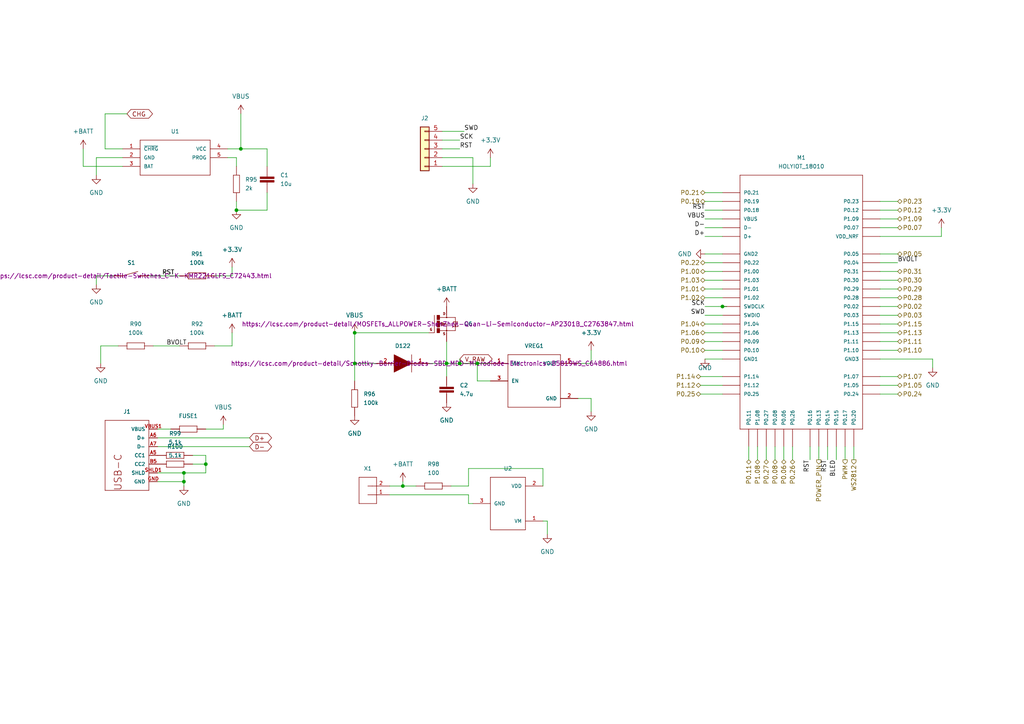
<source format=kicad_sch>
(kicad_sch (version 20230121) (generator eeschema)
  (paper "A4")
  (lib_symbols
    (symbol "Connector_Generic:Conn_01x05" (pin_names (offset 1.016) hide)
      (property "Reference" "J" (at 0 7.62 0))
      (property "Value" "Conn_01x05" (at 0 -7.62 0))
      (symbol "Conn_01x05_1_1"
        (rectangle (start -1.27 -4.953) (end 0 -5.207) (stroke (width 0.1524)))
        (rectangle (start -1.27 -2.413) (end 0 -2.667) (stroke (width 0.1524)))
        (rectangle (start -1.27 0.127) (end 0 -0.127) (stroke (width 0.1524)))
        (rectangle (start -1.27 2.667) (end 0 2.413) (stroke (width 0.1524)))
        (rectangle (start -1.27 5.207) (end 0 4.953) (stroke (width 0.1524)))
        (rectangle (start -1.27 6.35) (end 1.27 -6.35) (stroke (width 0.254)) (fill (type background)))
        (pin passive line (at -5.08 5.08 0) (length 3.81) (name "Pin_1") (number "1"))
        (pin passive line (at -5.08 2.54 0) (length 3.81) (name "Pin_2") (number "2"))
        (pin passive line (at -5.08 0 0) (length 3.81) (name "Pin_3") (number "3"))
        (pin passive line (at -5.08 -2.54 0) (length 3.81) (name "Pin_4") (number "4"))
        (pin passive line (at -5.08 -5.08 0) (length 3.81) (name "Pin_5") (number "5"))
      )
    )
    (symbol "PW:BM02B-SRSS-TB" (pin_names (offset 1.016) hide)
      (property "Reference" "J" (at -1.27 3.302 0))
      (symbol "BM02B-SRSS-TB_1_0"
        (polyline (pts (xy -1.27 2.54) (xy -1.27 -5.08)))
        (polyline (pts (xy -1.27 2.54) (xy 3.81 2.54)))
        (polyline (pts (xy 1.27 -2.54) (xy 2.54 -2.54)))
        (polyline (pts (xy 1.27 0) (xy 2.54 0)))
        (polyline (pts (xy 3.81 -5.08) (xy -1.27 -5.08)))
        (polyline (pts (xy 3.81 -5.08) (xy 3.81 2.54)))
      )
      (symbol "BM02B-SRSS-TB_1_1"
        (pin passive line (at 7.62 -2.54 180) (length 5.08) (name "1") (number "1"))
        (pin passive line (at 7.62 0 180) (length 5.08) (name "2") (number "2"))
      )
    )
    (symbol "PW:C-EUC0603" (pin_numbers hide) (pin_names (offset 1.016) hide)
      (property "Reference" "C" (at 1.524 0.381 0))
      (symbol "C-EUC0603_1_0"
        (polyline (pts (xy 0 -2.54) (xy 0 -2.032)))
        (polyline (pts (xy 0 0) (xy 0 -0.508)))
      )
      (symbol "C-EUC0603_1_1"
        (rectangle (start -2.032 -2.032) (end 2.032 -1.524) (fill (type outline)))
        (rectangle (start -2.032 -1.016) (end 2.032 -0.508) (fill (type outline)))
        (pin passive line (at 0 2.54 270) (length 2.54) (name "1") (number "1"))
        (pin passive line (at 0 -5.08 90) (length 2.54) (name "2") (number "2"))
      )
    )
    (symbol "PW:HOLYIOT_18010" (pin_numbers hide) (pin_names (offset 1.016))
      (property "Reference" "IC" (at -1.27 33.02 0))
      (property "Value" "HOLYIOT_18010" (at -5.08 27.94 0))
      (symbol "HOLYIOT_18010_1_0"
        (polyline (pts (xy -17.78 -48.26) (xy -17.78 25.4)))
        (polyline (pts (xy -17.78 25.4) (xy 17.78 25.4)))
        (polyline (pts (xy 17.78 -48.26) (xy -17.78 -48.26)))
        (polyline (pts (xy 17.78 25.4) (xy 17.78 -48.26)))
      )
      (symbol "HOLYIOT_18010_1_1"
        (pin bidirectional line (at -22.86 7.62 0) (length 5.08) (name "D+") (number "D+"))
        (pin bidirectional line (at -22.86 10.16 0) (length 5.08) (name "D-") (number "D-"))
        (pin bidirectional line (at -22.86 -27.94 0) (length 5.08) (name "GND1") (number "GND"))
        (pin bidirectional line (at -22.86 2.54 0) (length 5.08) (name "GND2") (number "GND1"))
        (pin bidirectional line (at 22.86 -27.94 180) (length 5.08) (name "GND3") (number "GND2"))
        (pin bidirectional line (at 22.86 -12.7 180) (length 5.08) (name "P0.02") (number "P0.02"))
        (pin bidirectional line (at 22.86 -15.24 180) (length 5.08) (name "P0.03") (number "P0.03"))
        (pin bidirectional line (at 22.86 0 180) (length 5.08) (name "P0.04") (number "P0.04"))
        (pin bidirectional line (at 22.86 2.54 180) (length 5.08) (name "P0.05") (number "P0.05"))
        (pin bidirectional line (at -5.08 -53.34 90) (length 5.08) (name "P0.06") (number "P0.06"))
        (pin bidirectional line (at 22.86 10.16 180) (length 5.08) (name "P0.07") (number "P0.07"))
        (pin bidirectional line (at -7.62 -53.34 90) (length 5.08) (name "P0.08") (number "P0.08"))
        (pin bidirectional line (at -22.86 -22.86 0) (length 5.08) (name "P0.09") (number "P0.09"))
        (pin bidirectional line (at -22.86 -25.4 0) (length 5.08) (name "P0.10") (number "P0.10"))
        (pin bidirectional line (at -15.24 -53.34 90) (length 5.08) (name "P0.11") (number "P0.11"))
        (pin bidirectional line (at 22.86 15.24 180) (length 5.08) (name "P0.12") (number "P0.12"))
        (pin bidirectional line (at 5.08 -53.34 90) (length 5.08) (name "P0.13") (number "P0.13"))
        (pin bidirectional line (at 7.62 -53.34 90) (length 5.08) (name "P0.14") (number "P0.14"))
        (pin bidirectional line (at 10.16 -53.34 90) (length 5.08) (name "P0.15") (number "P0.15"))
        (pin bidirectional line (at 2.54 -53.34 90) (length 5.08) (name "P0.16") (number "P0.16"))
        (pin bidirectional line (at 12.7 -53.34 90) (length 5.08) (name "P0.17") (number "P0.17"))
        (pin bidirectional line (at -22.86 15.24 0) (length 5.08) (name "P0.18") (number "P0.18"))
        (pin bidirectional line (at -22.86 17.78 0) (length 5.08) (name "P0.19") (number "P0.19"))
        (pin bidirectional line (at 15.24 -53.34 90) (length 5.08) (name "P0.20") (number "P0.20"))
        (pin bidirectional line (at -22.86 20.32 0) (length 5.08) (name "P0.21") (number "P0.21"))
        (pin bidirectional line (at -22.86 0 0) (length 5.08) (name "P0.22") (number "P0.22"))
        (pin bidirectional line (at 22.86 17.78 180) (length 5.08) (name "P0.23") (number "P0.23"))
        (pin bidirectional line (at 22.86 -38.1 180) (length 5.08) (name "P0.24") (number "P0.24"))
        (pin bidirectional line (at -22.86 -38.1 0) (length 5.08) (name "P0.25") (number "P0.25"))
        (pin bidirectional line (at -2.54 -53.34 90) (length 5.08) (name "P0.26") (number "P0.26"))
        (pin bidirectional line (at -10.16 -53.34 90) (length 5.08) (name "P0.27") (number "P0.27"))
        (pin bidirectional line (at 22.86 -10.16 180) (length 5.08) (name "P0.28") (number "P0.28"))
        (pin bidirectional line (at 22.86 -7.62 180) (length 5.08) (name "P0.29") (number "P0.29"))
        (pin bidirectional line (at 22.86 -5.08 180) (length 5.08) (name "P0.30") (number "P0.30"))
        (pin bidirectional line (at 22.86 -2.54 180) (length 5.08) (name "P0.31") (number "P0.31"))
        (pin bidirectional line (at -22.86 -2.54 0) (length 5.08) (name "P1.00") (number "P1.00"))
        (pin bidirectional line (at -22.86 -7.62 0) (length 5.08) (name "P1.01") (number "P1.01"))
        (pin bidirectional line (at -22.86 -10.16 0) (length 5.08) (name "P1.02") (number "P1.02"))
        (pin bidirectional line (at -22.86 -5.08 0) (length 5.08) (name "P1.03") (number "P1.03"))
        (pin bidirectional line (at -22.86 -17.78 0) (length 5.08) (name "P1.04") (number "P1.04"))
        (pin bidirectional line (at 22.86 -35.56 180) (length 5.08) (name "P1.05") (number "P1.05"))
        (pin bidirectional line (at -22.86 -20.32 0) (length 5.08) (name "P1.06") (number "P1.06"))
        (pin bidirectional line (at 22.86 -33.02 180) (length 5.08) (name "P1.07") (number "P1.07"))
        (pin bidirectional line (at -12.7 -53.34 90) (length 5.08) (name "P1.08") (number "P1.08"))
        (pin bidirectional line (at 22.86 12.7 180) (length 5.08) (name "P1.09") (number "P1.09"))
        (pin bidirectional line (at 22.86 -25.4 180) (length 5.08) (name "P1.10") (number "P1.10"))
        (pin bidirectional line (at 22.86 -22.86 180) (length 5.08) (name "P1.11") (number "P1.11"))
        (pin bidirectional line (at -22.86 -35.56 0) (length 5.08) (name "P1.12") (number "P1.12"))
        (pin bidirectional line (at 22.86 -20.32 180) (length 5.08) (name "P1.13") (number "P1.13"))
        (pin bidirectional line (at -22.86 -33.02 0) (length 5.08) (name "P1.14") (number "P1.14"))
        (pin bidirectional line (at 22.86 -17.78 180) (length 5.08) (name "P1.15") (number "P1.15"))
        (pin bidirectional line (at -22.86 -12.7 0) (length 5.08) (name "SWDCLK") (number "SWDCLK"))
        (pin bidirectional line (at -22.86 -15.24 0) (length 5.08) (name "SWDIO") (number "SWDIO"))
        (pin bidirectional line (at -22.86 12.7 0) (length 5.08) (name "VBUS") (number "VBUS"))
        (pin bidirectional line (at 22.86 7.62 180) (length 5.08) (name "VDD_NRF") (number "VDD_NRF"))
      )
    )
    (symbol "PW:MOMENTARY-SWITCH-SPST-SMD-4.6X2.8MM" (pin_numbers hide) (pin_names (offset 1.016) hide)
      (property "Reference" "S" (at 0 1.524 0))
      (property "Link" "https://lcsc.com/product-detail/Tactile-Switches_C-K-KMR221GLFS_C72443.html" (at 0 0 0))
      (symbol "MOMENTARY-SWITCH-SPST-SMD-4.6X2.8MM_1_0"
        (polyline (pts (xy -2.54 0) (xy 1.905 1.27)))
        (polyline (pts (xy 1.905 0) (xy 2.54 0)))
      )
      (symbol "MOMENTARY-SWITCH-SPST-SMD-4.6X2.8MM_1_1"
        (circle (center -2.54 0) (radius 0.127) (fill (type outline)))
        (circle (center 2.54 0) (radius 0.127) (fill (type outline)))
        (pin passive line (at -5.08 0 0) (length 2.54) (name "1") (number "1"))
        (pin passive line (at -5.08 0 0) (length 2.54) hide (name "1") (number "2"))
        (pin passive line (at 5.08 0 180) (length 2.54) (name "2") (number "3"))
        (pin passive line (at 5.08 0 180) (length 2.54) hide (name "2") (number "4"))
      )
    )
    (symbol "PW:PMOSFETSOT23" (pin_numbers hide) (pin_names (offset 1.016) hide)
      (property "Reference" "Q" (at 7.62 2.54 0))
      (property "Link" "https://lcsc.com/product-detail/MOSFETs_ALLPOWER-ShenZhen-Quan-Li-Semiconductor-AP2301B_C2763847.html" (at 0 0 0))
      (symbol "PMOSFETSOT23_1_0"
        (polyline (pts (xy -1.016 -2.54) (xy -1.016 2.54)))
        (polyline (pts (xy -1.016 2.54) (xy -2.54 2.54)))
        (polyline (pts (xy 0.508 1.905) (xy 2.54 1.905)))
        (polyline (pts (xy 1.016 -0.508) (xy 1.016 0.508)))
        (polyline (pts (xy 1.016 0.508) (xy 2.286 0)))
        (polyline (pts (xy 1.143 -0.254) (xy 1.143 0)))
        (polyline (pts (xy 1.143 0) (xy 0.254 0)))
        (polyline (pts (xy 1.143 0) (xy 1.397 0)))
        (polyline (pts (xy 1.143 0.254) (xy 2.032 0)))
        (polyline (pts (xy 2.032 0) (xy 1.143 -0.254)))
        (polyline (pts (xy 2.2352 0) (xy 2.286 0)))
        (polyline (pts (xy 2.286 0) (xy 1.016 -0.508)))
        (polyline (pts (xy 2.286 0) (xy 2.54 0)))
        (polyline (pts (xy 2.54 -2.54) (xy 2.54 -1.905)))
        (polyline (pts (xy 2.54 -1.905) (xy 0.5334 -1.905)))
        (polyline (pts (xy 2.54 -1.905) (xy 5.08 -1.905)))
        (polyline (pts (xy 2.54 0) (xy 2.54 1.905)))
        (polyline (pts (xy 2.54 1.905) (xy 2.54 2.54)))
        (polyline (pts (xy 4.445 -0.635) (xy 5.08 0.762)))
        (polyline (pts (xy 4.445 0.762) (xy 4.191 1.016)))
        (polyline (pts (xy 5.08 0.762) (xy 4.445 0.762)))
        (polyline (pts (xy 5.08 0.762) (xy 5.08 -1.905)))
        (polyline (pts (xy 5.08 0.762) (xy 5.715 -0.635)))
        (polyline (pts (xy 5.08 1.905) (xy 2.54 1.905)))
        (polyline (pts (xy 5.08 1.905) (xy 5.08 0.762)))
        (polyline (pts (xy 5.715 -0.635) (xy 4.445 -0.635)))
        (polyline (pts (xy 5.715 0.762) (xy 5.08 0.762)))
        (polyline (pts (xy 5.715 0.762) (xy 5.969 0.508)))
        (text "D" (at 1.8288 -2.9718 0) (effects (font (size 0.6604 0.6604))))
        (text "G" (at -1.9812 1.5748 0) (effects (font (size 0.6604 0.6604))))
        (text "S" (at 1.8288 2.8448 0) (effects (font (size 0.6604 0.6604))))
      )
      (symbol "PMOSFETSOT23_1_1"
        (rectangle (start -0.254 -2.54) (end 0.508 -1.27) (fill (type outline)))
        (rectangle (start -0.254 -0.889) (end 0.508 0.889) (fill (type outline)))
        (rectangle (start -0.254 1.27) (end 0.508 2.54) (fill (type outline)))
        (circle (center 2.54 -1.905) (radius 0.127) (fill (type outline)))
        (circle (center 2.54 1.905) (radius 0.127) (fill (type outline)))
        (pin passive line (at -2.54 2.54 0) (length 0) (name "G") (number "1"))
        (pin passive line (at 2.54 5.08 270) (length 2.54) (name "S") (number "2"))
        (pin passive line (at 2.54 -5.08 90) (length 2.54) (name "D") (number "3"))
      )
    )
    (symbol "PW:R-EU_R0603" (pin_numbers hide) (pin_names (offset 1.016) hide)
      (property "Reference" "R" (at -3.81 1.4986 0))
      (symbol "R-EU_R0603_1_0"
        (polyline (pts (xy -2.54 -0.889) (xy -2.54 0.889)))
        (polyline (pts (xy -2.54 -0.889) (xy 2.54 -0.889)))
        (polyline (pts (xy 2.54 -0.889) (xy 2.54 0.889)))
        (polyline (pts (xy 2.54 0.889) (xy -2.54 0.889)))
      )
      (symbol "R-EU_R0603_1_1"
        (pin passive line (at -5.08 0 0) (length 2.54) (name "1") (number "1"))
        (pin passive line (at 5.08 0 180) (length 2.54) (name "2") (number "2"))
      )
    )
    (symbol "PW:R-EU_R1206" (pin_numbers hide) (pin_names (offset 1.016) hide)
      (property "Reference" "R" (at -3.81 1.4986 0))
      (symbol "R-EU_R1206_1_0"
        (polyline (pts (xy -2.54 -0.889) (xy -2.54 0.889)))
        (polyline (pts (xy -2.54 -0.889) (xy 2.54 -0.889)))
        (polyline (pts (xy 2.54 -0.889) (xy 2.54 0.889)))
        (polyline (pts (xy 2.54 0.889) (xy -2.54 0.889)))
      )
      (symbol "R-EU_R1206_1_1"
        (pin passive line (at -5.08 0 0) (length 2.54) (name "1") (number "1"))
        (pin passive line (at 5.08 0 180) (length 2.54) (name "2") (number "2"))
      )
    )
    (symbol "PW:SD103AWS-E3-08" (pin_names (offset 1.016) hide)
      (property "Reference" "D" (at 11.43 5.08 0))
      (property "Link" "https://lcsc.com/product-detail/Schottky-Barrier-Diodes-SBD_MDD-Microdiode-Electronics-B5819WS_C64886.html" (at 0 0 0))
      (symbol "SD103AWS-E3-08_1_0"
        (polyline (pts (xy 5.08 2.54) (xy 5.08 -2.54)))
      )
      (symbol "SD103AWS-E3-08_1_1"
        (polyline (pts (xy 5.08 0) (xy 10.16 2.54) (xy 10.16 2.54) (xy 10.16 -2.54) (xy 10.16 -2.54) (xy 5.08 0)) (fill (type outline)))
        (pin bidirectional line (at 0 0 0) (length 5.08) (name "K") (number "1"))
        (pin bidirectional line (at 15.24 0 180) (length 5.08) (name "A") (number "2"))
      )
    )
    (symbol "PW:TP4054" (pin_names (offset 1.016))
      (property "Reference" "U" (at 26.67 7.62 0))
      (symbol "TP4054_1_0"
        (polyline (pts (xy 5.08 2.54) (xy 5.08 -7.62)))
        (polyline (pts (xy 5.08 2.54) (xy 25.4 2.54)))
        (polyline (pts (xy 25.4 -7.62) (xy 5.08 -7.62)))
        (polyline (pts (xy 25.4 -7.62) (xy 25.4 2.54)))
      )
      (symbol "TP4054_1_1"
        (pin bidirectional line (at 0 0 0) (length 5.08) (name "~{CHRG}") (number "1"))
        (pin bidirectional line (at 0 -2.54 0) (length 5.08) (name "GND") (number "2"))
        (pin bidirectional line (at 0 -5.08 0) (length 5.08) (name "BAT") (number "3"))
        (pin bidirectional line (at 30.48 0 180) (length 5.08) (name "VCC") (number "4"))
        (pin bidirectional line (at 30.48 -2.54 180) (length 5.08) (name "PROG") (number "5"))
      )
    )
    (symbol "PW:VREG" (pin_names (offset 1.016))
      (property "Reference" "VREG" (at -7.6454 8.636 0))
      (symbol "VREG_1_0"
        (polyline (pts (xy -7.62 -7.62) (xy -7.62 7.62)))
        (polyline (pts (xy -7.62 7.62) (xy 7.62 7.62)))
        (polyline (pts (xy 7.62 -7.62) (xy -7.62 -7.62)))
        (polyline (pts (xy 7.62 7.62) (xy 7.62 -7.62)))
      )
      (symbol "VREG_1_1"
        (pin power_in line (at -12.7 5.08 0) (length 5.08) (name "VIN") (number "1"))
        (pin power_in line (at 12.7 -5.08 180) (length 5.08) (name "GND") (number "2"))
        (pin input line (at -12.7 0 0) (length 5.08) (name "EN") (number "3"))
        (pin power_in line (at 12.7 5.08 180) (length 5.08) (name "VOUT") (number "5"))
      )
    )
    (symbol "PW:XB3303ASOT23" (pin_names (offset 1.016))
      (property "Reference" "U" (at 7.62 12.7 0))
      (symbol "XB3303ASOT23_1_0"
        (polyline (pts (xy 7.62 -7.62) (xy 7.62 7.62)))
        (polyline (pts (xy 7.62 7.62) (xy 17.78 7.62)))
        (polyline (pts (xy 17.78 -7.62) (xy 7.62 -7.62)))
        (polyline (pts (xy 17.78 7.62) (xy 17.78 -7.62)))
      )
      (symbol "XB3303ASOT23_1_1"
        (pin bidirectional line (at 2.54 5.08 0) (length 5.08) (name "VM") (number "1"))
        (pin bidirectional line (at 2.54 -5.08 0) (length 5.08) (name "VDD") (number "2"))
        (pin bidirectional line (at 22.86 0 180) (length 5.08) (name "GND") (number "3"))
      )
    )
    (symbol "PW:XKB-USB-C16PIN" (pin_names (offset 1.016))
      (property "Reference" "J" (at -2.54 10.414 0))
      (symbol "XKB-USB-C16PIN_1_0"
        (polyline (pts (xy -2.54 -10.16) (xy -2.54 10.16)))
        (polyline (pts (xy -2.54 -10.16) (xy 10.16 -10.16)))
        (polyline (pts (xy 10.16 -10.16) (xy 10.16 10.16)))
        (polyline (pts (xy 10.16 10.16) (xy -2.54 10.16)))
        (text "USB-C" (at 1.1938 -4.8768 900) (effects (font (size 2.032 2.032))))
      )
      (symbol "XKB-USB-C16PIN_1_1"
        (pin bidirectional line (at 12.7 0 180) (length 2.54) (name "CC1") (number "A5"))
        (pin bidirectional line (at 12.7 5.08 180) (length 2.54) (name "D+") (number "A6"))
        (pin bidirectional line (at 12.7 2.54 180) (length 2.54) (name "D-") (number "A7"))
        (pin bidirectional line (at 12.7 -2.54 180) (length 2.54) (name "CC2") (number "B5"))
        (pin bidirectional line (at 12.7 5.08 180) (length 2.54) hide (name "D+") (number "B6"))
        (pin bidirectional line (at 12.7 2.54 180) (length 2.54) hide (name "D-") (number "B7"))
        (pin bidirectional line (at 12.7 -7.62 180) (length 2.54) (name "GND") (number "GND"))
        (pin bidirectional line (at 12.7 -7.62 180) (length 2.54) hide (name "GND") (number "GND2"))
        (pin bidirectional line (at 12.7 -5.08 180) (length 2.54) (name "SHLD") (number "SHLD1"))
        (pin bidirectional line (at 12.7 7.62 180) (length 2.54) (name "VBUS") (number "VBUS1"))
        (pin bidirectional line (at 12.7 7.62 180) (length 2.54) hide (name "VBUS") (number "VBUS2"))
      )
    )
    (symbol "power:+3.3V" (power) (pin_names (offset 0))
      (property "Value" "+3.3V" (at 0 3.556 0))
      (symbol "+3.3V_0_1"
        (polyline (pts (xy -0.762 1.27) (xy 0 2.54)))
        (polyline (pts (xy 0 0) (xy 0 2.54)))
        (polyline (pts (xy 0 2.54) (xy 0.762 1.27)))
      )
      (symbol "+3.3V_1_1"
        (pin power_in line (at 0 0 90) (length 0) hide (name "+3.3V") (number "1"))
      )
    )
    (symbol "power:+BATT" (power) (pin_names (offset 0))
      (property "Value" "+BATT" (at 0 3.556 0))
      (symbol "+BATT_0_1"
        (polyline (pts (xy -0.762 1.27) (xy 0 2.54)))
        (polyline (pts (xy 0 0) (xy 0 2.54)))
        (polyline (pts (xy 0 2.54) (xy 0.762 1.27)))
      )
      (symbol "+BATT_1_1"
        (pin power_in line (at 0 0 90) (length 0) hide (name "+BATT") (number "1"))
      )
    )
    (symbol "power:GND" (power) (pin_names (offset 0))
      (property "Value" "GND" (at 0 -3.81 0))
      (symbol "GND_0_1"
        (polyline (pts (xy 0 0) (xy 0 -1.27) (xy 1.27 -1.27) (xy 0 -2.54) (xy -1.27 -1.27) (xy 0 -1.27)))
      )
      (symbol "GND_1_1"
        (pin power_in line (at 0 0 270) (length 0) hide (name "GND") (number "1"))
      )
    )
    (symbol "power:VBUS" (power) (pin_names (offset 0))
      (property "Value" "VBUS" (at 0 3.81 0))
      (symbol "VBUS_0_1"
        (polyline (pts (xy -0.762 1.27) (xy 0 2.54)))
        (polyline (pts (xy 0 0) (xy 0 2.54)))
        (polyline (pts (xy 0 2.54) (xy 0.762 1.27)))
      )
      (symbol "VBUS_1_1"
        (pin power_in line (at 0 0 90) (length 0) hide (name "VBUS") (number "1"))
      )
    )
  )
  (junction (at 129.54 105.41))
  (junction (at 68.58 60.96))
  (junction (at 138.43 105.41))
  (junction (at 209.55 88.9))
  (junction (at 102.87 105.41))
  (junction (at 53.34 139.7))
  (junction (at 116.84 140.97))
  (junction (at 102.87 96.52))
  (junction (at 59.69 134.62))
  (junction (at 69.85 43.18))
  (junction (at 53.34 137.16))
  (junction (at 133.35 105.41))
  (wire (pts (xy 68.58 45.72) (xy 68.58 48.26)))
  (wire (pts (xy 59.69 132.08) (xy 59.69 134.62)))
  (wire (pts (xy 69.85 43.18) (xy 77.47 43.18)))
  (wire (pts (xy 204.47 83.82) (xy 209.55 83.82)))
  (wire (pts (xy 66.04 43.18) (xy 69.85 43.18)))
  (wire (pts (xy 204.47 73.66) (xy 209.55 73.66)))
  (wire (pts (xy 53.34 139.7) (xy 53.34 140.97)))
  (wire (pts (xy 204.47 93.98) (xy 209.55 93.98)))
  (wire (pts (xy 255.27 81.28) (xy 260.35 81.28)))
  (wire (pts (xy 55.88 132.08) (xy 59.69 132.08)))
  (wire (pts (xy 27.94 45.72) (xy 27.94 50.8)))
  (wire (pts (xy 255.27 109.22) (xy 260.35 109.22)))
  (wire (pts (xy 138.43 105.41) (xy 142.24 105.41)))
  (wire (pts (xy 45.72 124.46) (xy 49.53 124.46)))
  (wire (pts (xy 171.45 115.57) (xy 171.45 119.38)))
  (wire (pts (xy 204.47 68.58) (xy 209.55 68.58)))
  (wire (pts (xy 102.87 105.41) (xy 109.22 105.41)))
  (wire (pts (xy 245.11 129.54) (xy 245.11 133.35)))
  (wire (pts (xy 124.46 105.41) (xy 129.54 105.41)))
  (wire (pts (xy 270.51 104.14) (xy 270.51 106.68)))
  (wire (pts (xy 55.88 134.62) (xy 59.69 134.62)))
  (wire (pts (xy 128.27 43.18) (xy 133.35 43.18)))
  (wire (pts (xy 64.77 124.46) (xy 64.77 123.19)))
  (wire (pts (xy 59.69 137.16) (xy 53.34 137.16)))
  (wire (pts (xy 59.69 134.62) (xy 59.69 137.16)))
  (wire (pts (xy 62.23 100.33) (xy 67.31 100.33)))
  (wire (pts (xy 204.47 104.14) (xy 209.55 104.14)))
  (wire (pts (xy 167.64 105.41) (xy 171.45 105.41)))
  (wire (pts (xy 255.27 101.6) (xy 260.35 101.6)))
  (wire (pts (xy 204.47 88.9) (xy 209.55 88.9)))
  (wire (pts (xy 247.65 129.54) (xy 247.65 133.35)))
  (wire (pts (xy 229.87 129.54) (xy 229.87 133.35)))
  (wire (pts (xy 255.27 58.42) (xy 260.35 58.42)))
  (wire (pts (xy 27.94 82.55) (xy 27.94 80.01)))
  (wire (pts (xy 204.47 96.52) (xy 209.55 96.52)))
  (wire (pts (xy 43.18 80.01) (xy 52.07 80.01)))
  (wire (pts (xy 219.71 129.54) (xy 219.71 133.35)))
  (wire (pts (xy 157.48 151.13) (xy 158.75 151.13)))
  (wire (pts (xy 255.27 86.36) (xy 260.35 86.36)))
  (wire (pts (xy 45.72 137.16) (xy 53.34 137.16)))
  (wire (pts (xy 158.75 151.13) (xy 158.75 154.94)))
  (wire (pts (xy 255.27 63.5) (xy 260.35 63.5)))
  (wire (pts (xy 66.04 45.72) (xy 68.58 45.72)))
  (wire (pts (xy 128.27 48.26) (xy 142.24 48.26)))
  (wire (pts (xy 45.72 139.7) (xy 53.34 139.7)))
  (wire (pts (xy 133.35 105.41) (xy 138.43 105.41)))
  (wire (pts (xy 68.58 60.96) (xy 68.58 58.42)))
  (wire (pts (xy 53.34 137.16) (xy 53.34 139.7)))
  (wire (pts (xy 204.47 60.96) (xy 209.55 60.96)))
  (wire (pts (xy 242.57 129.54) (xy 242.57 133.35)))
  (wire (pts (xy 273.05 66.04) (xy 273.05 68.58)))
  (wire (pts (xy 234.95 129.54) (xy 234.95 133.35)))
  (wire (pts (xy 130.81 140.97) (xy 135.89 140.97)))
  (wire (pts (xy 255.27 66.04) (xy 260.35 66.04)))
  (wire (pts (xy 69.85 43.18) (xy 69.85 33.02)))
  (wire (pts (xy 204.47 91.44) (xy 209.55 91.44)))
  (wire (pts (xy 135.89 146.05) (xy 135.89 143.51)))
  (wire (pts (xy 128.27 45.72) (xy 137.16 45.72)))
  (wire (pts (xy 24.13 43.18) (xy 24.13 48.26)))
  (wire (pts (xy 217.17 129.54) (xy 217.17 133.35)))
  (wire (pts (xy 142.24 110.49) (xy 138.43 110.49)))
  (wire (pts (xy 129.54 105.41) (xy 133.35 105.41)))
  (wire (pts (xy 209.55 88.9) (xy 210.82 88.9)))
  (wire (pts (xy 224.79 129.54) (xy 224.79 133.35)))
  (wire (pts (xy 204.47 55.88) (xy 209.55 55.88)))
  (wire (pts (xy 44.45 100.33) (xy 52.07 100.33)))
  (wire (pts (xy 255.27 99.06) (xy 260.35 99.06)))
  (wire (pts (xy 203.2 114.3) (xy 209.55 114.3)))
  (wire (pts (xy 203.2 111.76) (xy 209.55 111.76)))
  (wire (pts (xy 167.64 115.57) (xy 171.45 115.57)))
  (wire (pts (xy 204.47 81.28) (xy 209.55 81.28)))
  (wire (pts (xy 129.54 105.41) (xy 129.54 109.22)))
  (wire (pts (xy 157.48 135.89) (xy 157.48 140.97)))
  (wire (pts (xy 255.27 76.2) (xy 260.35 76.2)))
  (wire (pts (xy 203.2 109.22) (xy 209.55 109.22)))
  (wire (pts (xy 227.33 129.54) (xy 227.33 133.35)))
  (wire (pts (xy 171.45 101.6) (xy 171.45 105.41)))
  (wire (pts (xy 29.21 100.33) (xy 29.21 105.41)))
  (wire (pts (xy 255.27 114.3) (xy 260.35 114.3)))
  (wire (pts (xy 204.47 86.36) (xy 209.55 86.36)))
  (wire (pts (xy 255.27 60.96) (xy 260.35 60.96)))
  (wire (pts (xy 255.27 68.58) (xy 273.05 68.58)))
  (wire (pts (xy 45.72 129.54) (xy 72.39 129.54)))
  (wire (pts (xy 35.56 43.18) (xy 30.48 43.18)))
  (wire (pts (xy 255.27 88.9) (xy 260.35 88.9)))
  (wire (pts (xy 77.47 55.88) (xy 77.47 60.96)))
  (wire (pts (xy 142.24 45.72) (xy 142.24 48.26)))
  (wire (pts (xy 240.03 129.54) (xy 240.03 133.35)))
  (wire (pts (xy 35.56 48.26) (xy 24.13 48.26)))
  (wire (pts (xy 77.47 60.96) (xy 68.58 60.96)))
  (wire (pts (xy 102.87 96.52) (xy 102.87 105.41)))
  (wire (pts (xy 255.27 78.74) (xy 260.35 78.74)))
  (wire (pts (xy 137.16 45.72) (xy 137.16 53.34)))
  (wire (pts (xy 222.25 129.54) (xy 222.25 133.35)))
  (wire (pts (xy 62.23 80.01) (xy 67.31 80.01)))
  (wire (pts (xy 204.47 99.06) (xy 209.55 99.06)))
  (wire (pts (xy 30.48 43.18) (xy 30.48 33.02)))
  (wire (pts (xy 116.84 139.7) (xy 116.84 140.97)))
  (wire (pts (xy 113.03 140.97) (xy 116.84 140.97)))
  (wire (pts (xy 133.35 104.14) (xy 133.35 105.41)))
  (wire (pts (xy 59.69 124.46) (xy 64.77 124.46)))
  (wire (pts (xy 204.47 66.04) (xy 209.55 66.04)))
  (wire (pts (xy 129.54 99.06) (xy 129.54 105.41)))
  (wire (pts (xy 135.89 146.05) (xy 137.16 146.05)))
  (wire (pts (xy 128.27 38.1) (xy 134.62 38.1)))
  (wire (pts (xy 255.27 93.98) (xy 260.35 93.98)))
  (wire (pts (xy 204.47 78.74) (xy 209.55 78.74)))
  (wire (pts (xy 34.29 100.33) (xy 29.21 100.33)))
  (wire (pts (xy 255.27 83.82) (xy 260.35 83.82)))
  (wire (pts (xy 255.27 73.66) (xy 260.35 73.66)))
  (wire (pts (xy 255.27 91.44) (xy 260.35 91.44)))
  (wire (pts (xy 35.56 45.72) (xy 27.94 45.72)))
  (wire (pts (xy 27.94 80.01) (xy 33.02 80.01)))
  (wire (pts (xy 204.47 58.42) (xy 209.55 58.42)))
  (wire (pts (xy 77.47 43.18) (xy 77.47 48.26)))
  (wire (pts (xy 204.47 101.6) (xy 209.55 101.6)))
  (wire (pts (xy 204.47 63.5) (xy 209.55 63.5)))
  (wire (pts (xy 204.47 76.2) (xy 209.55 76.2)))
  (wire (pts (xy 102.87 110.49) (xy 102.87 105.41)))
  (wire (pts (xy 67.31 80.01) (xy 67.31 77.47)))
  (wire (pts (xy 67.31 96.52) (xy 67.31 100.33)))
  (wire (pts (xy 128.27 40.64) (xy 133.35 40.64)))
  (wire (pts (xy 255.27 96.52) (xy 260.35 96.52)))
  (wire (pts (xy 45.72 127) (xy 72.39 127)))
  (wire (pts (xy 30.48 33.02) (xy 36.83 33.02)))
  (wire (pts (xy 138.43 110.49) (xy 138.43 105.41)))
  (wire (pts (xy 255.27 111.76) (xy 260.35 111.76)))
  (wire (pts (xy 237.49 129.54) (xy 237.49 133.35)))
  (wire (pts (xy 135.89 143.51) (xy 113.03 143.51)))
  (wire (pts (xy 124.46 96.52) (xy 102.87 96.52)))
  (wire (pts (xy 135.89 135.89) (xy 157.48 135.89)))
  (wire (pts (xy 116.84 140.97) (xy 120.65 140.97)))
  (wire (pts (xy 255.27 104.14) (xy 270.51 104.14)))
  (wire (pts (xy 135.89 140.97) (xy 135.89 135.89)))
  (label "RST" (at 133.35 43.18 0))
  (label "RST" (at 204.47 60.96 180))
  (label "D+" (at 204.47 68.58 180))
  (label "SCK" (at 204.47 88.9 180))
  (label "RST" (at 46.99 80.01 0))
  (label "SWD" (at 134.62 38.1 0))
  (label "VBUS" (at 204.47 63.5 180))
  (label "BVOLT" (at 260.35 76.2 0))
  (label "BLED" (at 242.57 133.35 270))
  (label "RST" (at 234.95 133.35 270))
  (label "RST" (at 46.99 80.01 0))
  (label "SWD" (at 204.47 91.44 180))
  (label "SCK" (at 133.35 40.64 0))
  (label "BVOLT" (at 48.26 100.33 0))
  (label "RST" (at 240.03 133.35 270))
  (label "D-" (at 204.47 66.04 180))
  (global_label "CHG" (shape bidirectional) (at 36.83 33.02 0) (property "Intersheetrefs" "${INTERSHEET_REFS}" (effects hide)))
  (global_label "D-" (shape bidirectional) (at 72.39 129.54 0) (property "Intersheetrefs" "${INTERSHEET_REFS}" (effects hide)))
  (global_label "V_RAW" (shape bidirectional) (at 133.35 104.14 0) (property "Intersheetrefs" "${INTERSHEET_REFS}" (effects hide)))
  (global_label "D+" (shape bidirectional) (at 72.39 127 0) (property "Intersheetrefs" "${INTERSHEET_REFS}" (effects hide)))
  (hierarchical_label "P1.08" (shape bidirectional) (at 219.71 133.35 270))
  (hierarchical_label "P1.01" (shape bidirectional) (at 204.47 83.82 180))
  (hierarchical_label "P0.23" (shape bidirectional) (at 260.35 58.42 0))
  (hierarchical_label "POWER_PIN" (shape output) (at 237.49 133.35 270))
  (hierarchical_label "PWM" (shape output) (at 245.11 133.35 270))
  (hierarchical_label "P0.10" (shape bidirectional) (at 204.47 101.6 180))
  (hierarchical_label "P0.02" (shape bidirectional) (at 260.35 88.9 0))
  (hierarchical_label "P1.00" (shape bidirectional) (at 204.47 78.74 180))
  (hierarchical_label "P0.31" (shape bidirectional) (at 260.35 78.74 0))
  (hierarchical_label "P0.07" (shape bidirectional) (at 260.35 66.04 0))
  (hierarchical_label "P0.29" (shape bidirectional) (at 260.35 83.82 0))
  (hierarchical_label "P0.26" (shape bidirectional) (at 229.87 133.35 270))
  (hierarchical_label "P0.30" (shape bidirectional) (at 260.35 81.28 0))
  (hierarchical_label "P1.12" (shape bidirectional) (at 203.2 111.76 180))
  (hierarchical_label "P0.08" (shape bidirectional) (at 224.79 133.35 270))
  (hierarchical_label "P0.09" (shape bidirectional) (at 204.47 99.06 180))
  (hierarchical_label "WS2812" (shape output) (at 247.65 133.35 270))
  (hierarchical_label "P0.05" (shape bidirectional) (at 260.35 73.66 0))
  (hierarchical_label "P1.06" (shape bidirectional) (at 204.47 96.52 180))
  (hierarchical_label "P1.07" (shape bidirectional) (at 260.35 109.22 0))
  (hierarchical_label "P0.12" (shape bidirectional) (at 260.35 60.96 0))
  (hierarchical_label "P0.25" (shape bidirectional) (at 203.2 114.3 180))
  (hierarchical_label "P0.19" (shape bidirectional) (at 204.47 58.42 180))
  (hierarchical_label "P1.15" (shape bidirectional) (at 260.35 93.98 0))
  (hierarchical_label "P1.11" (shape bidirectional) (at 260.35 99.06 0))
  (hierarchical_label "P0.28" (shape bidirectional) (at 260.35 86.36 0))
  (hierarchical_label "P1.03" (shape bidirectional) (at 204.47 81.28 180))
  (hierarchical_label "P1.13" (shape bidirectional) (at 260.35 96.52 0))
  (hierarchical_label "P1.05" (shape bidirectional) (at 260.35 111.76 0))
  (hierarchical_label "P0.24" (shape bidirectional) (at 260.35 114.3 0))
  (hierarchical_label "P1.09" (shape bidirectional) (at 260.35 63.5 0))
  (hierarchical_label "P0.03" (shape bidirectional) (at 260.35 91.44 0))
  (hierarchical_label "P0.22" (shape bidirectional) (at 204.47 76.2 180))
  (hierarchical_label "P0.11" (shape bidirectional) (at 217.17 133.35 270))
  (hierarchical_label "P0.27" (shape bidirectional) (at 222.25 133.35 270))
  (hierarchical_label "P0.21" (shape bidirectional) (at 204.47 55.88 180))
  (hierarchical_label "P1.14" (shape bidirectional) (at 203.2 109.22 180))
  (hierarchical_label "P1.04" (shape bidirectional) (at 204.47 93.98 180))
  (hierarchical_label "P1.10" (shape bidirectional) (at 260.35 101.6 0))
  (hierarchical_label "P0.06" (shape bidirectional) (at 227.33 133.35 270))
  (hierarchical_label "P1.02" (shape bidirectional) (at 204.47 86.36 180))
  (symbol (lib_id "PW:R-EU_R0603") (at 102.87 115.57 90) (unit 1)
    (property "Reference" "R96" (at 105.41 114.3 90) (effects (font (size 1.143 1.143)) (justify right)))
    (property "Value" "100k" (at 105.41 116.84 90) (effects (font (size 1.143 1.143)) (justify right)))
    (property "Footprint" "PW:0603" (effects hide))
  )
  (symbol (lib_id "power:+3.3V") (at 273.05 66.04 0) (unit 1)
    (property "Reference" "#PWR0115" (effects hide))
    (property "Value" "+3.3V" (at 273.05 60.96 0))
  )
  (symbol (lib_id "PW:R-EU_R0603") (at 39.37 100.33 0) (unit 1)
    (property "Reference" "R90" (at 39.37 93.98 0) (effects (font (size 1.143 1.143))))
    (property "Value" "100k" (at 39.37 96.52 0) (effects (font (size 1.143 1.143))))
    (property "Footprint" "PW:0603" (effects hide))
  )
  (symbol (lib_id "power:GND") (at 204.47 73.66 270) (unit 1)
    (property "Reference" "#PWR0112" (effects hide))
    (property "Value" "GND" (at 200.66 73.6599 90) (effects (justify right)))
  )
  (symbol (lib_id "PW:R-EU_R0603") (at 57.15 80.01 0) (unit 1)
    (property "Reference" "R91" (at 57.15 73.66 0) (effects (font (size 1.143 1.143))))
    (property "Value" "100k" (at 57.15 76.2 0) (effects (font (size 1.143 1.143))))
    (property "Footprint" "PW:0603" (effects hide))
  )
  (symbol (lib_id "power:GND") (at 27.94 82.55 0) (unit 1)
    (property "Reference" "#PWR092" (effects hide))
    (property "Value" "GND" (at 27.94 87.63 0))
  )
  (symbol (lib_id "PW:R-EU_R0603") (at 50.8 134.62 0) (unit 1)
    (property "Reference" "R100" (at 50.8 129.54 0) (effects (font (size 1.143 1.143))))
    (property "Value" "5.1k" (at 50.8 132.08 0) (effects (font (size 1.143 1.143))))
    (property "Footprint" "PW:0603" (effects hide))
  )
  (symbol (lib_id "power:GND") (at 68.58 60.96 0) (unit 1)
    (property "Reference" "#PWR099" (effects hide))
    (property "Value" "GND" (at 68.58 66.04 0))
  )
  (symbol (lib_id "power:GND") (at 102.87 120.65 0) (unit 1)
    (property "Reference" "#PWR0102" (effects hide))
    (property "Value" "GND" (at 102.87 125.73 0))
  )
  (symbol (lib_id "PW:R-EU_R1206") (at 54.61 124.46 0) (unit 1)
    (property "Reference" "FUSE1" (at 54.61 120.65 0) (effects (font (size 1.143 1.143))))
    (property "Value" "500mA" (effects hide))
    (property "Footprint" "PW:1206" (effects hide))
  )
  (symbol (lib_id "power:+3.3V") (at 67.31 77.47 0) (unit 1)
    (property "Reference" "#PWR097" (effects hide))
    (property "Value" "+3.3V" (at 67.31 72.39 0))
  )
  (symbol (lib_id "PW:R-EU_R0603") (at 125.73 140.97 0) (unit 1)
    (property "Reference" "R98" (at 125.73 134.62 0) (effects (font (size 1.143 1.143))))
    (property "Value" "100" (at 125.73 137.16 0) (effects (font (size 1.143 1.143))))
    (property "Footprint" "PW:0603" (effects hide))
  )
  (symbol (lib_id "power:VBUS") (at 69.85 33.02 0) (unit 1)
    (property "Reference" "#PWR0100" (effects hide))
    (property "Value" "VBUS" (at 69.85 27.94 0))
  )
  (symbol (lib_id "power:+3.3V") (at 142.24 45.72 0) (unit 1)
    (property "Reference" "#PWR0108" (effects hide))
    (property "Value" "+3.3V" (at 142.24 40.64 0))
  )
  (symbol (lib_id "PW:PMOSFETSOT23") (at 127 93.98 0) (mirror x) (unit 1)
    (property "Reference" "Q6" (at 134.62 93.9165 0) (effects (font (size 1.143 1.143)) (justify left)))
    (property "Value" "PMOSFETSOT23" (effects hide))
    (property "Footprint" "PW:SOT23" (effects hide))
    (property "Link" "https://lcsc.com/product-detail/MOSFETs_ALLPOWER-ShenZhen-Quan-Li-Semiconductor-AP2301B_C2763847.html" (at 127 93.98 0))
  )
  (symbol (lib_id "PW:R-EU_R0603") (at 68.58 53.34 90) (unit 1)
    (property "Reference" "R95" (at 71.12 52.07 90) (effects (font (size 1.143 1.143)) (justify right)))
    (property "Value" "2k" (at 71.12 54.61 90) (effects (font (size 1.143 1.143)) (justify right)))
    (property "Footprint" "PW:0603" (effects hide))
  )
  (symbol (lib_id "power:GND") (at 53.34 140.97 0) (unit 1)
    (property "Reference" "#PWR095" (effects hide))
    (property "Value" "GND" (at 53.34 146.05 0))
  )
  (symbol (lib_id "Connector_Generic:Conn_01x05") (at 123.19 43.18 180) (unit 1)
    (property "Reference" "J2" (at 123.19 34.29 0) (effects (font (size 1.143 1.143))))
    (property "Value" "CONN_061.27MM" (effects hide))
    (property "Footprint" "Connector_PinHeader_1.27mm:PinHeader_1x05_P1.27mm_Vertical" (effects hide))
  )
  (symbol (lib_id "power:GND") (at 171.45 119.38 0) (unit 1)
    (property "Reference" "#PWR0111" (effects hide))
    (property "Value" "GND" (at 171.45 124.46 0))
  )
  (symbol (lib_id "power:GND") (at 137.16 53.34 0) (unit 1)
    (property "Reference" "#PWR0107" (effects hide))
    (property "Value" "GND" (at 137.16 58.42 0))
  )
  (symbol (lib_id "power:GND") (at 158.75 154.94 0) (unit 1)
    (property "Reference" "#PWR0109" (effects hide))
    (property "Value" "GND" (at 158.75 160.02 0))
  )
  (symbol (lib_id "power:GND") (at 129.54 116.84 0) (unit 1)
    (property "Reference" "#PWR0106" (effects hide))
    (property "Value" "GND" (at 129.54 121.92 0))
  )
  (symbol (lib_id "PW:XB3303ASOT23") (at 160.02 146.05 180) (unit 1)
    (property "Reference" "U2" (at 147.32 135.89 0) (effects (font (size 1.143 1.143))))
    (property "Value" "XB3303ASOT23" (effects hide))
    (property "Footprint" "PW:SOT23" (effects hide))
    (property "Link" "https://www.lcsc.com/product-detail/Battery-Management-ICs_XySemi-XB3303A_C154937.html" (effects hide))
  )
  (symbol (lib_id "power:GND") (at 204.47 104.14 0) (unit 1)
    (property "Reference" "#PWR0113" (effects hide))
    (property "Value" "GND" (at 204.47 106.68 0))
  )
  (symbol (lib_id "power:GND") (at 27.94 50.8 0) (unit 1)
    (property "Reference" "#PWR091" (effects hide))
    (property "Value" "GND" (at 27.94 55.88 0))
  )
  (symbol (lib_id "power:+BATT") (at 129.54 88.9 0) (unit 1)
    (property "Reference" "#PWR0105" (effects hide))
    (property "Value" "+BATT" (at 129.54 83.82 0))
  )
  (symbol (lib_id "power:VBUS") (at 64.77 123.19 0) (unit 1)
    (property "Reference" "#PWR096" (effects hide))
    (property "Value" "VBUS" (at 64.77 118.11 0))
  )
  (symbol (lib_id "PW:VREG") (at 154.94 110.49 0) (unit 1)
    (property "Reference" "VREG1" (at 154.94 100.33 0) (effects (font (size 1.143 1.143))))
    (property "Value" "AP2112K-3.3TRG1" (effects hide))
    (property "Footprint" "PW:SOT95P285X140-5N" (effects hide))
    (property "Link" "https://www.lcsc.com/product-detail/Linear-Voltage-Regulators-LDO_UMW-Youtai-Semiconductor-Co-Ltd-XC6219B332MR_C347386.html" (effects hide))
  )
  (symbol (lib_id "PW:R-EU_R0603") (at 57.15 100.33 0) (unit 1)
    (property "Reference" "R92" (at 57.15 93.98 0) (effects (font (size 1.143 1.143))))
    (property "Value" "100k" (at 57.15 96.52 0) (effects (font (size 1.143 1.143))))
    (property "Footprint" "PW:0603" (effects hide))
  )
  (symbol (lib_id "power:+3.3V") (at 171.45 101.6 0) (unit 1)
    (property "Reference" "#PWR0110" (effects hide))
    (property "Value" "+3.3V" (at 171.45 96.52 0))
  )
  (symbol (lib_id "power:+BATT") (at 116.84 139.7 0) (unit 1)
    (property "Reference" "#PWR0103" (effects hide))
    (property "Value" "+BATT" (at 116.84 134.62 0))
  )
  (symbol (lib_id "PW:MOMENTARY-SWITCH-SPST-SMD-4.6X2.8MM") (at 38.1 80.01 0) (unit 1)
    (property "Reference" "S1" (at 38.1 76.2 0) (effects (font (size 1.143 1.143))))
    (property "Value" "MOMENTARY-SWITCH-SPST-SMD-4.6X2.8MM" (effects hide))
    (property "Footprint" "PW:TACTILE_SWITCH_SMD_4.6X2.8MM" (effects hide))
    (property "Link" "https://lcsc.com/product-detail/Tactile-Switches_C-K-KMR221GLFS_C72443.html" (at 38.1 80.01 0))
  )
  (symbol (lib_id "PW:C-EUC0603") (at 129.54 111.76 0) (unit 1)
    (property "Reference" "C2" (at 133.35 111.76 0) (effects (font (size 1.143 1.143)) (justify left)))
    (property "Value" "4.7u" (at 133.35 114.3 0) (effects (font (size 1.143 1.143)) (justify left)))
    (property "Footprint" "PW:C0603" (effects hide))
  )
  (symbol (lib_id "PW:XKB-USB-C16PIN") (at 33.02 132.08 0) (unit 1)
    (property "Reference" "J1" (at 36.83 119.38 0) (effects (font (size 1.143 1.143))))
    (property "Value" "XKB-USB-C16PIN" (effects hide))
    (property "Footprint" "PW:XKB-USB-C-16P" (effects hide))
    (property "Notes" "4 TH mounting leads" (effects hide))
    (property "Link" "https://lcsc.com/product-detail/span-style-background-color-ff0-USB-span-Connectors_XKB-Connectivity-U262-161N-4BVC11_C319148.html" (effects hide))
  )
  (symbol (lib_id "power:VBUS") (at 102.87 96.52 0) (unit 1)
    (property "Reference" "#PWR0101" (effects hide))
    (property "Value" "VBUS" (at 102.87 91.44 0))
  )
  (symbol (lib_id "PW:SD103AWS-E3-08") (at 124.46 105.41 180) (unit 1)
    (property "Reference" "D122" (at 116.84 100.33 0) (effects (font (size 1.143 1.143))))
    (property "Value" "SD103AWS-E3-08" (effects hide))
    (property "Footprint" "Diode_SMD:D_SOD-323_HandSoldering" (effects hide))
    (property "Link" "https://lcsc.com/product-detail/Schottky-Barrier-Diodes-SBD_MDD-Microdiode-Electronics-B5819WS_C64886.html" (at 124.46 105.41 0))
  )
  (symbol (lib_id "PW:TP4054") (at 35.56 43.18 0) (unit 1)
    (property "Reference" "U1" (at 50.8 38.1 0) (effects (font (size 1.143 1.143))))
    (property "Value" "TP4054-42-SOT25-R_TP4054-42-SOT25-R" (effects hide))
    (property "Footprint" "PW:SOT95P285X140-5N" (effects hide))
    (property "Link" "https://www.lcsc.com/product-detail/Battery-Management-ICs_TOPPOWER-Nanjing-Extension-Microelectronics-TP4054-42-SOT25R_C32574.html" (effects hide))
  )
  (symbol (lib_id "power:GND") (at 270.51 106.68 0) (unit 1)
    (property "Reference" "#PWR0114" (effects hide))
    (property "Value" "GND" (at 270.51 111.76 0))
  )
  (symbol (lib_id "PW:HOLYIOT_18010") (at 232.41 76.2 0) (unit 1)
    (property "Reference" "M1" (at 232.41 45.72 0) (effects (font (size 1.143 1.143))))
    (property "Value" "HOLYIOT_18010" (at 232.41 48.26 0) (effects (font (size 1.143 1.143))))
    (property "Footprint" "PW:HOLYIOT-18010" (effects hide))
  )
  (symbol (lib_id "power:GND") (at 29.21 105.41 0) (unit 1)
    (property "Reference" "#PWR093" (effects hide))
    (property "Value" "GND" (at 29.21 110.49 0))
  )
  (symbol (lib_id "PW:R-EU_R0603") (at 50.8 132.08 0) (unit 1)
    (property "Reference" "R99" (at 50.8 125.73 0) (effects (font (size 1.143 1.143))))
    (property "Value" "5.1k" (at 50.8 128.27 0) (effects (font (size 1.143 1.143))))
    (property "Footprint" "PW:0603" (effects hide))
  )
  (symbol (lib_id "PW:BM02B-SRSS-TB") (at 105.41 140.97 0) (unit 1)
    (property "Reference" "X1" (at 106.68 135.89 0) (effects (font (size 1.143 1.143))))
    (property "Value" "BM02B-SRSS-TB" (effects hide))
    (property "Footprint" "PW:BM02B-SRSS-TB" (effects hide))
    (property "Link" "https://www.lcsc.com/product-detail/Wire-To-Board-Wire-To-Wire-Connector_XKB-Connectivity-X1002WRS-02E-LPSWHF_C437062.html" (effects hide))
  )
  (symbol (lib_id "PW:C-EUC0603") (at 77.47 50.8 0) (unit 1)
    (property "Reference" "C1" (at 81.28 50.8 0) (effects (font (size 1.143 1.143)) (justify left)))
    (property "Value" "10u" (at 81.28 53.34 0) (effects (font (size 1.143 1.143)) (justify left)))
    (property "Footprint" "PW:C0603" (effects hide))
  )
  (symbol (lib_id "power:+BATT") (at 67.31 96.52 0) (unit 1)
    (property "Reference" "#PWR098" (effects hide))
    (property "Value" "+BATT" (at 67.31 91.44 0))
  )
  (symbol (lib_id "power:+BATT") (at 24.13 43.18 0) (unit 1)
    (property "Reference" "#PWR090" (effects hide))
    (property "Value" "+BATT" (at 24.13 38.1 0))
  )
)
</source>
